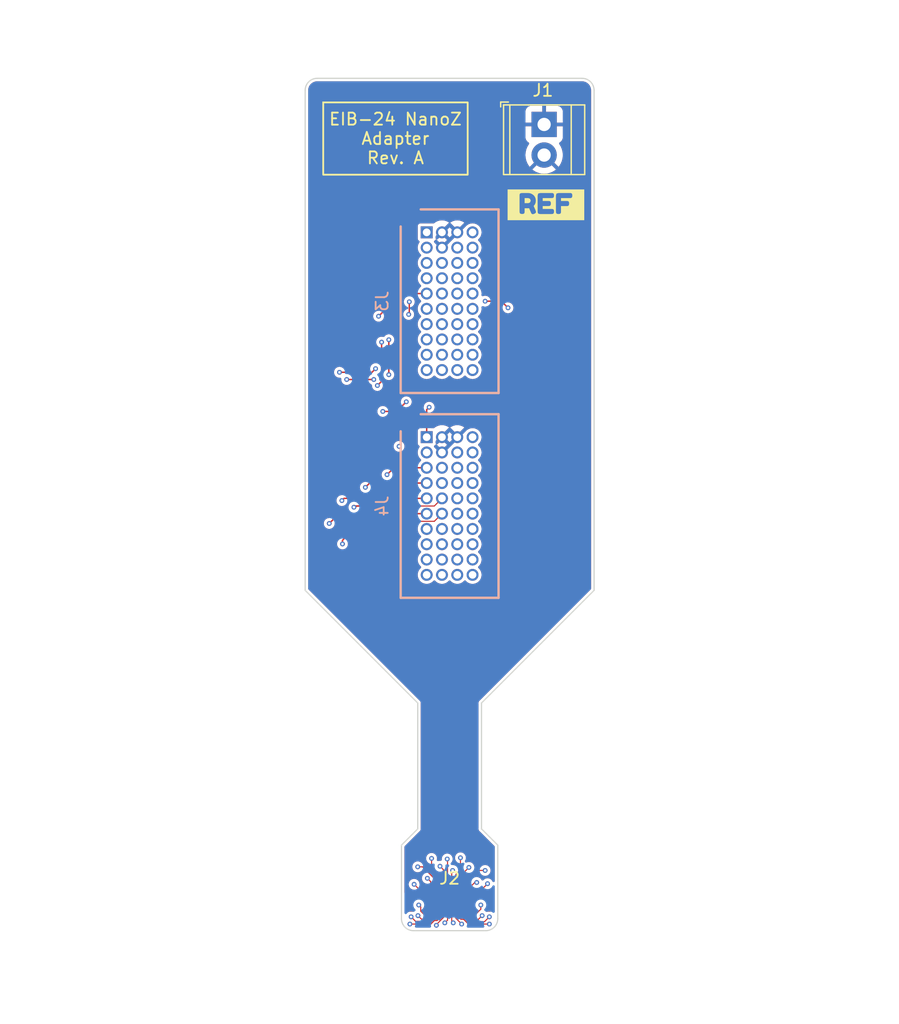
<source format=kicad_pcb>
(kicad_pcb (version 20211014) (generator pcbnew)
  (title_block (title "EIB-24 NanoZ Adapter") (rev "A") (company "Open Ephys, Inc") (comment 1 "Jonathan P. Newman"))
  (layers (0 "F.Cu" signal) (1 "In1.Cu" signal) (2 "In2.Cu" signal) (31 "B.Cu" signal) (34 "B.Paste" user) (35 "F.Paste" user) (36 "B.SilkS" user "B.Silkscreen") (37 "F.SilkS" user "F.Silkscreen") (38 "B.Mask" user) (39 "F.Mask" user) (44 "Edge.Cuts" user))
  (net 0 "")
  (net 1 "/REF")
  (net 2 "/E12")
  (net 3 "/E11")
  (net 4 "/E23")
  (net 5 "/E10")
  (net 6 "/E22")
  (net 7 "/E9")
  (net 8 "/E21")
  (net 9 "/E8")
  (net 10 "/E20")
  (net 11 "/E7")
  (net 12 "/E19")
  (net 13 "/E6")
  (net 14 "/E18")
  (net 15 "/E5")
  (net 16 "/E17")
  (net 17 "/E4")
  (net 18 "/E16")
  (net 19 "/E3")
  (net 20 "/E15")
  (net 21 "/E2")
  (net 22 "/E14")
  (net 23 "/E1")
  (net 24 "/E13")
  (net 29 "/E0")
  (footprint "LOGO" (layer "F.Cu") (at 132.08 101.6)
    (fp_text reference "G***")
    (fp_text value "LOGO" hide)
  )
  (footprint "TerminalBlock_TE-Connectivity:TerminalBlock_TE_282834-2_1x02_P2.54mm_Horizontal" (layer "F.Cu") (at 147.85 95.33 -90)
    (fp_text reference "J1" (at -2.83 0.1 180) (layer "F.SilkS"))
    (fp_text value "Screw_Terminal_01x02")
    (fp_line (start -1.62 -3.37) (end 4.16 -3.37) (layer "F.SilkS") (width 0.12))
    (fp_line (start -1.62 -2.25) (end 4.16 -2.25) (layer "F.SilkS") (width 0.12))
    (fp_line (start -1.86 2.97) (end -1.86 3.61) (layer "F.SilkS") (width 0.12))
    (fp_line (start -1.86 3.61) (end -1.46 3.61) (layer "F.SilkS") (width 0.12))
    (fp_line (start 4.16 -3.37) (end 4.16 3.37) (layer "F.SilkS") (width 0.12))
    (fp_line (start -1.62 3.37) (end 4.16 3.37) (layer "F.SilkS") (width 0.12))
    (fp_line (start -1.62 -3.37) (end -1.62 3.37) (layer "F.SilkS") (width 0.12))
    (fp_line (start -1.62 2.85) (end 4.16 2.85) (layer "F.SilkS") (width 0.12))
    (pad "1" thru_hole rect locked (at 0 0 270) (size 2.1 2.1) (drill 1.1) (layers *.Cu *.Mask) (net 1 "/REF"))
    (pad "2" thru_hole circle locked (at 2.54 0 270) (size 2.1 2.1) (drill 1.1) (layers *.Cu *.Mask) (net 1 "/REF"))
  )
  (footprint "kibuzzard-62F6D4CD" (layer "F.Cu") (at 148 102)
    (fp_text reference "kibuzzard-62F6D4CD" hide)
    (fp_text value "G***" hide)
    (fp_poly (pts (xy -1.770459 -0.136128) (xy -1.465659 -0.136128) (xy -1.327547 -0.188516) (xy -1.258491 -0.345678) (xy -1.327547 -0.504031) (xy -1.470422 -0.557609) (xy -1.770459 -0.557609) (xy -1.770459 -0.136128)) (layer "F.SilkS") (width 0) (fill solid))
    (fp_poly (pts (xy -2.191941 -1.276747) (xy -1.980009 -0.979091) (xy -1.465659 -0.979091) (xy -1.327282 -0.962157) (xy -1.191551 -0.911357) (xy -1.058466 -0.826691) (xy -0.97155 -0.739775) (xy -0.901303 -0.626666) (xy -0.854869 -0.493316) (xy -0.839391 -0.345678) (xy -0.859234 -0.176874) (xy -0.918766 -0.029236) (xy -1.017984 0.097234) (xy -0.976709 0.194866) (xy -0.922734 0.319484) (xy -0.689372 0.554434) (xy -0.689372 -0.769541) (xy -0.644128 -0.935038) (xy -0.472678 -0.979091) (xy 0.465534 -0.979091) (xy 0.547688 -0.975519) (xy 0.610791 -0.952897) (xy 0.659011 -0.889794) (xy 0.675084 -0.767159) (xy 0.653058 -0.635) (xy 0.586978 -0.571897) (xy 0.463153 -0.557609) (xy -0.267891 -0.557609) (xy -0.267891 -0.317103) (xy 0.203597 -0.317103) (xy 0.28575 -0.313531) (xy 0.348853 -0.290909) (xy 0.397073 -0.227806) (xy 0.413147 -0.105172) (xy 0.390525 0.026988) (xy 0.322659 0.090091) (xy 0.198834 0.104378) (xy -0.267891 0.104378) (xy -0.267891 0.344884) (xy 0.465534 0.344884) (xy 0.547688 0.348456) (xy 0.610791 0.371078) (xy 0.659011 0.434181) (xy 0.675084 0.556816) (xy 0.653058 0.688975) (xy 0.586978 0.752078) (xy 0.463153 0.766366) (xy -0.479822 0.766366) (xy -0.611981 0.743744) (xy -0.675084 0.675878) (xy -0.689372 0.554434) (xy -0.922734 0.319484) (xy -0.856059 0.471091) (xy -0.820341 0.594916) (xy -0.85725 0.678259) (xy -0.967978 0.747316) (xy -1.090613 0.780653) (xy -1.166813 0.758031) (xy -1.210866 0.711597) (xy -1.242086 0.643599) (xy -1.303999 0.49993) (xy -1.396603 0.280591) (xy -1.470422 0.285353) (xy -1.770459 0.285353) (xy -1.770459 0.554434) (xy -1.774031 0.636588) (xy -1.796653 0.699691) (xy -1.859756 0.747911) (xy -1.982391 0.763984) (xy -2.11455 0.741958) (xy -2.177653 0.675878) (xy -2.191941 0.552053) (xy -2.191941 -0.769541) (xy -2.188369 -0.851694) (xy -2.165747 -0.914797) (xy -2.102644 -0.963017) (xy -1.980009 -0.979091) (xy -2.191941 -1.276747) (xy -3.184128 -1.276747) (xy -3.184128 1.276747) (xy -2.191941 1.276747) (xy 2.191941 1.276747) (xy 2.064544 -0.561181) (xy 1.980009 -0.557609) (xy 1.251347 -0.557609) (xy 1.251347 -0.317103) (xy 1.720453 -0.317103) (xy 1.804988 -0.313531) (xy 1.868091 -0.290909) (xy 1.914525 -0.22602) (xy 1.930003 -0.102791) (xy 1.907381 0.029964) (xy 1.839516 0.094853) (xy 1.718072 0.106759) (xy 1.251347 0.106759) (xy 1.251347 0.556816) (xy 1.247775 0.640159) (xy 1.225153 0.702072) (xy 1.16205 0.750292) (xy 1.039416 0.766366) (xy 0.907256 0.743744) (xy 0.844153 0.675878) (xy 0.829866 0.554434) (xy 0.829866 -0.769541) (xy 0.875109 -0.935038) (xy 1.046559 -0.979091) (xy 1.984772 -0.979091) (xy 2.066925 -0.975519) (xy 2.128838 -0.952897) (xy 2.177653 -0.888603) (xy 2.191941 -0.767159) (xy 2.177653 -0.645716) (xy 2.127647 -0.582613) (xy 2.064544 -0.561181) (xy 2.191941 1.276747) (xy 3.184128 1.276747) (xy 3.184128 -1.276747) (xy 2.191941 -1.276747) (xy -2.191941 -1.276747)) (layer "F.SilkS") (width 0) (fill solid))
  )
  (footprint "jonnew:MOLEX_5050662422-5052702412" (layer "F.Cu") (at 140 160)
    (fp_text reference "J2" (at 0 -2.1 unlocked) (layer "F.SilkS"))
    (fp_text value "Conn_02x12_Odd_Even_4Mech")
    (pad "1" smd rect (at -1.925 0.95) (size 0.18 0.4) (layers "F.Cu" "F.Paste") (net 3 "/E11"))
    (pad "2" smd rect (at -1.925 -0.95) (size 0.18 0.4) (layers "F.Cu" "F.Paste") (net 4 "/E23"))
    (pad "3" smd rect (at -1.575 0.95) (size 0.18 0.4) (layers "F.Cu" "F.Paste") (net 5 "/E10"))
    (pad "4" smd rect (at -1.575 -0.95) (size 0.18 0.4) (layers "F.Cu" "F.Paste") (net 6 "/E22"))
    (pad "5" smd rect (at -1.225 0.95) (size 0.18 0.4) (layers "F.Cu" "F.Paste") (net 7 "/E9"))
    (pad "6" smd rect (at -1.225 -0.95) (size 0.18 0.4) (layers "F.Cu" "F.Paste") (net 8 "/E21"))
    (pad "7" smd rect (at -0.875 0.95) (size 0.18 0.4) (layers "F.Cu" "F.Paste") (net 9 "/E8"))
    (pad "8" smd rect (at -0.875 -0.95) (size 0.18 0.4) (layers "F.Cu" "F.Paste") (net 10 "/E20"))
    (pad "9" smd rect (at -0.525 0.95) (size 0.18 0.4) (layers "F.Cu" "F.Paste") (net 11 "/E7"))
    (pad "10" smd rect (at -0.525 -0.95) (size 0.18 0.4) (layers "F.Cu" "F.Paste") (net 12 "/E19"))
    (pad "11" smd rect (at -0.175 0.95) (size 0.18 0.4) (layers "F.Cu" "F.Paste") (net 13 "/E6"))
    (pad "12" smd rect (at -0.175 -0.95) (size 0.18 0.4) (layers "F.Cu" "F.Paste") (net 14 "/E18"))
    (pad "13" smd rect (at 0.175 0.95) (size 0.18 0.4) (layers "F.Cu" "F.Paste") (net 15 "/E5"))
    (pad "14" smd rect (at 0.175 -0.95) (size 0.18 0.4) (layers "F.Cu" "F.Paste") (net 16 "/E17"))
    (pad "15" smd rect (at 0.525 0.95) (size 0.18 0.4) (layers "F.Cu" "F.Paste") (net 17 "/E4"))
    (pad "16" smd rect (at 0.525 -0.95) (size 0.18 0.4) (layers "F.Cu" "F.Paste") (net 18 "/E16"))
    (pad "17" smd rect (at 0.875 0.95) (size 0.18 0.4) (layers "F.Cu" "F.Paste") (net 19 "/E3"))
    (pad "18" smd rect (at 0.875 -0.95) (size 0.18 0.4) (layers "F.Cu" "F.Paste") (net 20 "/E15"))
    (pad "19" smd rect (at 1.225 0.95) (size 0.18 0.4) (layers "F.Cu" "F.Paste") (net 21 "/E2"))
    (pad "20" smd rect (at 1.225 -0.95) (size 0.18 0.4) (layers "F.Cu" "F.Paste") (net 22 "/E14"))
    (pad "21" smd rect (at 1.575 0.95) (size 0.18 0.4) (layers "F.Cu" "F.Paste") (net 23 "/E1"))
    (pad "22" smd rect (at 1.575 -0.95) (size 0.18 0.4) (layers "F.Cu" "F.Paste") (net 24 "/E13"))
    (pad "23" smd rect (at 1.925 0.95) (size 0.18 0.4) (layers "F.Cu" "F.Paste") (net 29 "/E0"))
    (pad "24" smd rect (at 1.925 -0.95) (size 0.18 0.4) (layers "F.Cu" "F.Paste") (net 2 "/E12"))
    (pad "MP1" smd rect (at -3.205 0.4825) (size 0.4 0.385) (layers "F.Cu" "F.Paste"))
    (pad "MP2" smd rect (at -3.205 -0.4825) (size 0.4 0.385) (layers "F.Cu" "F.Paste"))
    (pad "MP3" smd rect (at 3.205 0.4825) (size 0.4 0.385) (layers "F.Cu" "F.Paste"))
    (pad "MP4" smd rect (at 3.205 -0.4825) (size 0.4 0.385) (layers "F.Cu" "F.Paste"))
  )
  (footprint "jonnew:SAMTEC_MOLC-110-01-S-Q" (layer "B.Cu") (at 140 110 -90)
    (fp_text reference "J3" (at 0 5.6 90) (layer "B.SilkS") (effects (justify mirror)))
    (fp_text value "MOLC-110-01-S-Q")
    (fp_line (start -7.62 -4.065) (end 7.62 -4.065) (layer "B.SilkS") (width 0.2))
    (fp_line (start -7.62 -4.065) (end -7.62 2.4) (layer "B.SilkS") (width 0.2))
    (fp_line (start -6.2 4.065) (end 7.62 4.065) (layer "B.SilkS") (width 0.2))
    (fp_line (start 7.62 -4.065) (end 7.62 4.065) (layer "B.SilkS") (width 0.2))
    (pad "A1" thru_hole rect (at -5.715 1.905 270) (size 0.99 0.99) (drill 0.64) (layers *.Cu *.Mask) (net 29 "/E0"))
    (pad "A2" thru_hole circle (at -4.445 1.905 270) (size 0.99 0.99) (drill 0.64) (layers *.Cu *.Mask) (net 21 "/E2"))
    (pad "A3" thru_hole circle (at -3.175 1.905 270) (size 0.99 0.99) (drill 0.64) (layers *.Cu *.Mask) (net 17 "/E4"))
    (pad "A4" thru_hole circle (at -1.905 1.905 270) (size 0.99 0.99) (drill 0.64) (layers *.Cu *.Mask) (net 13 "/E6"))
    (pad "A5" thru_hole circle (at -0.635 1.905 270) (size 0.99 0.99) (drill 0.64) (layers *.Cu *.Mask) (net 9 "/E8"))
    (pad "A6" thru_hole circle (at 0.635 1.905 270) (size 0.99 0.99) (drill 0.64) (layers *.Cu *.Mask) (net 5 "/E10"))
    (pad "A7" thru_hole circle (at 1.905 1.905 270) (size 0.99 0.99) (drill 0.64) (layers *.Cu *.Mask) (net 2 "/E12"))
    (pad "A8" thru_hole circle (at 3.175 1.905 270) (size 0.99 0.99) (drill 0.64) (layers *.Cu *.Mask) (net 22 "/E14"))
    (pad "A9" thru_hole circle (at 4.445 1.905 270) (size 0.99 0.99) (drill 0.64) (layers *.Cu *.Mask) (net 18 "/E16"))
    (pad "A10" thru_hole circle (at 5.715 1.905 270) (size 0.99 0.99) (drill 0.64) (layers *.Cu *.Mask) (net 14 "/E18"))
    (pad "B1" thru_hole circle (at -5.715 0.635 270) (size 0.99 0.99) (drill 0.64) (layers *.Cu *.Mask) (net 1 "/REF"))
    (pad "B2" thru_hole circle (at -4.445 0.635 270) (size 0.99 0.99) (drill 0.64) (layers *.Cu *.Mask) (net 1 "/REF"))
    (pad "B3" thru_hole circle (at -3.175 0.635 270) (size 0.99 0.99) (drill 0.64) (layers *.Cu *.Mask))
    (pad "B4" thru_hole circle (at -1.905 0.635 270) (size 0.99 0.99) (drill 0.64) (layers *.Cu *.Mask))
    (pad "B5" thru_hole circle (at -0.635 0.635 270) (size 0.99 0.99) (drill 0.64) (layers *.Cu *.Mask) (net 23 "/E1"))
    (pad "B6" thru_hole circle (at 0.635 0.635 270) (size 0.99 0.99) (drill 0.64) (layers *.Cu *.Mask) (net 19 "/E3"))
    (pad "B7" thru_hole circle (at 1.905 0.635 270) (size 0.99 0.99) (drill 0.64) (layers *.Cu *.Mask) (net 15 "/E5"))
    (pad "B8" thru_hole circle (at 3.175 0.635 270) (size 0.99 0.99) (drill 0.64) (layers *.Cu *.Mask) (net 11 "/E7"))
    (pad "B9" thru_hole circle (at 4.445 0.635 270) (size 0.99 0.99) (drill 0.64) (layers *.Cu *.Mask) (net 7 "/E9"))
    (pad "B10" thru_hole circle (at 5.715 0.635 270) (size 0.99 0.99) (drill 0.64) (layers *.Cu *.Mask) (net 3 "/E11"))
    (pad "C1" thru_hole circle (at -5.715 -0.635 270) (size 0.99 0.99) (drill 0.64) (layers *.Cu *.Mask) (net 1 "/REF"))
    (pad "C2" thru_hole circle (at -4.445 -0.635 270) (size 0.99 0.99) (drill 0.64) (layers *.Cu *.Mask))
    (pad "C3" thru_hole circle (at -3.175 -0.635 270) (size 0.99 0.99) (drill 0.64) (layers *.Cu *.Mask))
    (pad "C4" thru_hole circle (at -1.905 -0.635 270) (size 0.99 0.99) (drill 0.64) (layers *.Cu *.Mask))
    (pad "C5" thru_hole circle (at -0.635 -0.635 270) (size 0.99 0.99) (drill 0.64) (layers *.Cu *.Mask))
    (pad "C6" thru_hole circle (at 0.635 -0.635 270) (size 0.99 0.99) (drill 0.64) (layers *.Cu *.Mask))
    (pad "C7" thru_hole circle (at 1.905 -0.635 270) (size 0.99 0.99) (drill 0.64) (layers *.Cu *.Mask))
    (pad "C8" thru_hole circle (at 3.175 -0.635 270) (size 0.99 0.99) (drill 0.64) (layers *.Cu *.Mask))
    (pad "C9" thru_hole circle (at 4.445 -0.635 270) (size 0.99 0.99) (drill 0.64) (layers *.Cu *.Mask))
    (pad "C10" thru_hole circle (at 5.715 -0.635 270) (size 0.99 0.99) (drill 0.64) (layers *.Cu *.Mask))
    (pad "D1" thru_hole circle (at -5.715 -1.905 270) (size 0.99 0.99) (drill 0.64) (layers *.Cu *.Mask))
    (pad "D2" thru_hole circle (at -4.445 -1.905 270) (size 0.99 0.99) (drill 0.64) (layers *.Cu *.Mask))
    (pad "D3" thru_hole circle (at -3.175 -1.905 270) (size 0.99 0.99) (drill 0.64) (layers *.Cu *.Mask))
    (pad "D4" thru_hole circle (at -1.905 -1.905 270) (size 0.99 0.99) (drill 0.64) (layers *.Cu *.Mask))
    (pad "D5" thru_hole circle (at -0.635 -1.905 270) (size 0.99 0.99) (drill 0.64) (layers *.Cu *.Mask))
    (pad "D6" thru_hole circle (at 0.635 -1.905 270) (size 0.99 0.99) (drill 0.64) (layers *.Cu *.Mask))
    (pad "D7" thru_hole circle (at 1.905 -1.905 270) (size 0.99 0.99) (drill 0.64) (layers *.Cu *.Mask))
    (pad "D8" thru_hole circle (at 3.175 -1.905 270) (size 0.99 0.99) (drill 0.64) (layers *.Cu *.Mask))
    (pad "D9" thru_hole circle (at 4.445 -1.905 270) (size 0.99 0.99) (drill 0.64) (layers *.Cu *.Mask))
    (pad "D10" thru_hole circle (at 5.715 -1.905 270) (size 0.99 0.99) (drill 0.64) (layers *.Cu *.Mask))
  )
  (footprint "jonnew:SAMTEC_MOLC-110-01-S-Q" (layer "B.Cu") (at 140 127 -90)
    (fp_text reference "J4" (at 0 5.6 90) (layer "B.SilkS") (effects (justify mirror)))
    (fp_text value "MOLC-110-01-S-Q")
    (fp_line (start -6.2 4.065) (end 7.62 4.065) (layer "B.SilkS") (width 0.2))
    (fp_line (start -7.62 -4.065) (end -7.62 2.4) (layer "B.SilkS") (width 0.2))
    (fp_line (start -7.62 -4.065) (end 7.62 -4.065) (layer "B.SilkS") (width 0.2))
    (fp_line (start 7.62 -4.065) (end 7.62 4.065) (layer "B.SilkS") (width 0.2))
    (pad "A1" thru_hole rect (at -5.715 1.905 270) (size 0.99 0.99) (drill 0.64) (layers *.Cu *.Mask) (net 24 "/E13"))
    (pad "A2" thru_hole circle (at -4.445 1.905 270) (size 0.99 0.99) (drill 0.64) (layers *.Cu *.Mask) (net 20 "/E15"))
    (pad "A3" thru_hole circle (at -3.175 1.905 270) (size 0.99 0.99) (drill 0.64) (layers *.Cu *.Mask) (net 16 "/E17"))
    (pad "A4" thru_hole circle (at -1.905 1.905 270) (size 0.99 0.99) (drill 0.64) (layers *.Cu *.Mask) (net 12 "/E19"))
    (pad "A5" thru_hole circle (at -0.635 1.905 270) (size 0.99 0.99) (drill 0.64) (layers *.Cu *.Mask) (net 8 "/E21"))
    (pad "A6" thru_hole circle (at 0.635 1.905 270) (size 0.99 0.99) (drill 0.64) (layers *.Cu *.Mask) (net 4 "/E23"))
    (pad "A7" thru_hole circle (at 1.905 1.905 270) (size 0.99 0.99) (drill 0.64) (layers *.Cu *.Mask))
    (pad "A8" thru_hole circle (at 3.175 1.905 270) (size 0.99 0.99) (drill 0.64) (layers *.Cu *.Mask))
    (pad "A9" thru_hole circle (at 4.445 1.905 270) (size 0.99 0.99) (drill 0.64) (layers *.Cu *.Mask))
    (pad "A10" thru_hole circle (at 5.715 1.905 270) (size 0.99 0.99) (drill 0.64) (layers *.Cu *.Mask))
    (pad "B1" thru_hole circle (at -5.715 0.635 270) (size 0.99 0.99) (drill 0.64) (layers *.Cu *.Mask) (net 1 "/REF"))
    (pad "B2" thru_hole circle (at -4.445 0.635 270) (size 0.99 0.99) (drill 0.64) (layers *.Cu *.Mask) (net 1 "/REF"))
    (pad "B3" thru_hole circle (at -3.175 0.635 270) (size 0.99 0.99) (drill 0.64) (layers *.Cu *.Mask))
    (pad "B4" thru_hole circle (at -1.905 0.635 270) (size 0.99 0.99) (drill 0.64) (layers *.Cu *.Mask))
    (pad "B5" thru_hole circle (at -0.635 0.635 270) (size 0.99 0.99) (drill 0.64) (layers *.Cu *.Mask) (net 10 "/E20"))
    (pad "B6" thru_hole circle (at 0.635 0.635 270) (size 0.99 0.99) (drill 0.64) (layers *.Cu *.Mask) (net 6 "/E22"))
    (pad "B7" thru_hole circle (at 1.905 0.635 270) (size 0.99 0.99) (drill 0.64) (layers *.Cu *.Mask))
    (pad "B8" thru_hole circle (at 3.175 0.635 270) (size 0.99 0.99) (drill 0.64) (layers *.Cu *.Mask))
    (pad "B9" thru_hole circle (at 4.445 0.635 270) (size 0.99 0.99) (drill 0.64) (layers *.Cu *.Mask))
    (pad "B10" thru_hole circle (at 5.715 0.635 270) (size 0.99 0.99) (drill 0.64) (layers *.Cu *.Mask))
    (pad "C1" thru_hole circle (at -5.715 -0.635 270) (size 0.99 0.99) (drill 0.64) (layers *.Cu *.Mask) (net 1 "/REF"))
    (pad "C2" thru_hole circle (at -4.445 -0.635 270) (size 0.99 0.99) (drill 0.64) (layers *.Cu *.Mask))
    (pad "C3" thru_hole circle (at -3.175 -0.635 270) (size 0.99 0.99) (drill 0.64) (layers *.Cu *.Mask))
    (pad "C4" thru_hole circle (at -1.905 -0.635 270) (size 0.99 0.99) (drill 0.64) (layers *.Cu *.Mask))
    (pad "C5" thru_hole circle (at -0.635 -0.635 270) (size 0.99 0.99) (drill 0.64) (layers *.Cu *.Mask))
    (pad "C6" thru_hole circle (at 0.635 -0.635 270) (size 0.99 0.99) (drill 0.64) (layers *.Cu *.Mask))
    (pad "C7" thru_hole circle (at 1.905 -0.635 270) (size 0.99 0.99) (drill 0.64) (layers *.Cu *.Mask))
    (pad "C8" thru_hole circle (at 3.175 -0.635 270) (size 0.99 0.99) (drill 0.64) (layers *.Cu *.Mask))
    (pad "C9" thru_hole circle (at 4.445 -0.635 270) (size 0.99 0.99) (drill 0.64) (layers *.Cu *.Mask))
    (pad "C10" thru_hole circle (at 5.715 -0.635 270) (size 0.99 0.99) (drill 0.64) (layers *.Cu *.Mask))
    (pad "D1" thru_hole circle (at -5.715 -1.905 270) (size 0.99 0.99) (drill 0.64) (layers *.Cu *.Mask))
    (pad "D2" thru_hole circle (at -4.445 -1.905 270) (size 0.99 0.99) (drill 0.64) (layers *.Cu *.Mask))
    (pad "D3" thru_hole circle (at -3.175 -1.905 270) (size 0.99 0.99) (drill 0.64) (layers *.Cu *.Mask))
    (pad "D4" thru_hole circle (at -1.905 -1.905 270) (size 0.99 0.99) (drill 0.64) (layers *.Cu *.Mask))
    (pad "D5" thru_hole circle (at -0.635 -1.905 270) (size 0.99 0.99) (drill 0.64) (layers *.Cu *.Mask))
    (pad "D6" thru_hole circle (at 0.635 -1.905 270) (size 0.99 0.99) (drill 0.64) (layers *.Cu *.Mask))
    (pad "D7" thru_hole circle (at 1.905 -1.905 270) (size 0.99 0.99) (drill 0.64) (layers *.Cu *.Mask))
    (pad "D8" thru_hole circle (at 3.175 -1.905 270) (size 0.99 0.99) (drill 0.64) (layers *.Cu *.Mask))
    (pad "D9" thru_hole circle (at 4.445 -1.905 270) (size 0.99 0.99) (drill 0.64) (layers *.Cu *.Mask))
    (pad "D10" thru_hole circle (at 5.715 -1.905 270) (size 0.99 0.99) (drill 0.64) (layers *.Cu *.Mask))
  )
  (gr_rect (start 129.5 93.5) (end 141.5 99.5) (layer "F.SilkS") (width 0.15) (fill none))
  (gr_line (start 128 92.5) (end 128 134) (layer "Edge.Cuts") (width 0.1))
  (gr_line (start 142.65 143.35) (end 142.65 153.8) (layer "Edge.Cuts") (width 0.1))
  (gr_arc (start 137 162.25) (mid 136.292893 161.957107) (end 136 161.25) (layer "Edge.Cuts") (width 0.1))
  (gr_arc (start 128 92.5) (mid 128.292893 91.792893) (end 129 91.5) (layer "Edge.Cuts") (width 0.1))
  (gr_line (start 128 134) (end 136 142) (layer "Edge.Cuts") (width 0.1))
  (gr_line (start 136 142) (end 137.35 143.35) (layer "Edge.Cuts") (width 0.1))
  (gr_line (start 151 91.5) (end 129 91.5) (layer "Edge.Cuts") (width 0.1))
  (gr_line (start 136 155.15) (end 136 161.25) (layer "Edge.Cuts") (width 0.1))
  (gr_line (start 137.35 153.8) (end 137.35 143.35) (layer "Edge.Cuts") (width 0.1))
  (gr_line (start 142.65 153.8) (end 144 155.15) (layer "Edge.Cuts") (width 0.1))
  (gr_line (start 152 134) (end 152 92.5) (layer "Edge.Cuts") (width 0.1))
  (gr_line (start 136 155.15) (end 137.35 153.8) (layer "Edge.Cuts") (width 0.1))
  (gr_arc (start 144 161.25) (mid 143.707107 161.957107) (end 143 162.25) (layer "Edge.Cuts") (width 0.1))
  (gr_line (start 142.65 143.35) (end 152 134) (layer "Edge.Cuts") (width 0.1))
  (gr_line (start 137 162.25) (end 143 162.25) (layer "Edge.Cuts") (width 0.1))
  (gr_arc (start 151 91.5) (mid 151.707107 91.792893) (end 152 92.5) (layer "Edge.Cuts") (width 0.1))
  (gr_line (start 144 161.25) (end 144 155.15) (layer "Edge.Cuts") (width 0.1))
  (gr_text "EIB-24 NanoZ\nAdapter\nRev. A" (at 135.5 96.5) (layer "F.SilkS") (effects (font (size 1 1))))
  (segment (start 141.925 159.05) (end 142.45 159.05) (width 0.09) (layer "F.Cu") (net 2))
  (segment (start 142.45 159.05) (end 143.15 158.35) (width 0.09) (layer "F.Cu") (net 2))
  (via (at 143.15 158.35) (size 0.4) (drill 0.2) (layers "F.Cu" "B.Cu") (net 2))
  (segment (start 133.7 116.5) (end 131.45 116.5) (width 0.12) (layer "F.Cu") (net 3))
  (segment (start 137.921332 160.95) (end 137.6 160.628668) (width 0.09) (layer "F.Cu") (net 3))
  (segment (start 138.075 160.95) (end 137.921332 160.95) (width 0.09) (layer "F.Cu") (net 3))
  (segment (start 137.6 160.28314) (end 137.435748 160.118888) (width 0.09) (layer "F.Cu") (net 3))
  (segment (start 137.6 160.628668) (end 137.6 160.28314) (width 0.09) (layer "F.Cu") (net 3))
  (via (at 131.45 116.5) (size 0.4) (drill 0.2) (layers "F.Cu" "B.Cu") (net 3))
  (via (at 137.435748 160.118888) (size 0.4) (drill 0.2) (layers "F.Cu" "B.Cu") (net 3))
  (via (at 133.7 116.5) (size 0.4) (drill 0.2) (layers "F.Cu" "B.Cu") (net 3))
  (segment (start 138.095 127.635) (end 130.815 127.635) (width 0.12) (layer "F.Cu") (net 4))
  (segment (start 138.075 159.05) (end 137.7 159.05) (width 0.09) (layer "F.Cu") (net 4))
  (segment (start 130.815 127.635) (end 130 128.45) (width 0.12) (layer "F.Cu") (net 4))
  (segment (start 137.7 159.05) (end 137.05 158.4) (width 0.09) (layer "F.Cu") (net 4))
  (via (at 130 128.45) (size 0.4) (drill 0.2) (layers "F.Cu" "B.Cu") (net 4))
  (via (at 137.05 158.4) (size 0.4) (drill 0.2) (layers "F.Cu" "B.Cu") (net 4))
  (segment (start 138.425 161.16483) (end 138.305319 161.284511) (width 0.09) (layer "F.Cu") (net 5))
  (segment (start 138.305319 161.284511) (end 137.654511 161.284511) (width 0.09) (layer "F.Cu") (net 5))
  (segment (start 138.425 160.95) (end 138.425 161.16483) (width 0.09) (layer "F.Cu") (net 5))
  (segment (start 137.654511 161.284511) (end 137.37 161) (width 0.09) (layer "F.Cu") (net 5))
  (via (at 137.37 161) (size 0.4) (drill 0.2) (layers "F.Cu" "B.Cu") (net 5))
  (segment (start 138.730479 128.269521) (end 137.419521 128.269521) (width 0.09) (layer "F.Cu") (net 6))
  (segment (start 132.680479 128.269521) (end 131.1 129.85) (width 0.12) (layer "F.Cu") (net 6))
  (segment (start 137.419521 128.269521) (end 132.680479 128.269521) (width 0.12) (layer "F.Cu") (net 6))
  (segment (start 138.425 158.175) (end 138.15 157.9) (width 0.09) (layer "F.Cu") (net 6))
  (segment (start 131.1 129.85) (end 131.1 130.15) (width 0.12) (layer "F.Cu") (net 6))
  (segment (start 139.365 127.635) (end 138.730479 128.269521) (width 0.09) (layer "F.Cu") (net 6))
  (segment (start 138.425 159.05) (end 138.425 158.175) (width 0.09) (layer "F.Cu") (net 6))
  (via (at 138.15 157.9) (size 0.4) (drill 0.2) (layers "F.Cu" "B.Cu") (net 6))
  (via (at 131.1 130.15) (size 0.4) (drill 0.2) (layers "F.Cu" "B.Cu") (net 6))
  (segment (start 138.418224 161.47) (end 137.17 161.47) (width 0.09) (layer "F.Cu") (net 7))
  (segment (start 130.85 115.9) (end 133.55 115.9) (width 0.12) (layer "F.Cu") (net 7))
  (segment (start 138.775 160.95) (end 138.775 161.113224) (width 0.09) (layer "F.Cu") (net 7))
  (segment (start 138.775 161.113224) (end 138.418224 161.47) (width 0.09) (layer "F.Cu") (net 7))
  (segment (start 137.17 161.47) (end 136.8 161.1) (width 0.09) (layer "F.Cu") (net 7))
  (segment (start 133.55 115.9) (end 133.85 115.6) (width 0.12) (layer "F.Cu") (net 7))
  (via (at 136.8 161.1) (size 0.4) (drill 0.2) (layers "F.Cu" "B.Cu") (net 7))
  (via (at 133.85 115.6) (size 0.4) (drill 0.2) (layers "F.Cu" "B.Cu") (net 7))
  (via (at 130.85 115.9) (size 0.4) (drill 0.2) (layers "F.Cu" "B.Cu") (net 7))
  (segment (start 137.75791 156.95) (end 137.35 156.95) (width 0.09) (layer "F.Cu") (net 8))
  (segment (start 138.775 159.05) (end 138.775 157.96709) (width 0.09) (layer "F.Cu") (net 8))
  (segment (start 131.235 126.365) (end 131.05 126.55) (width 0.12) (layer "F.Cu") (net 8))
  (segment (start 138.095 126.365) (end 131.235 126.365) (width 0.12) (layer "F.Cu") (net 8))
  (segment (start 138.775 157.96709) (end 137.75791 156.95) (width 0.09) (layer "F.Cu") (net 8))
  (via (at 131.05 126.55) (size 0.4) (drill 0.2) (layers "F.Cu" "B.Cu") (net 8))
  (via (at 137.35 156.95) (size 0.4) (drill 0.2) (layers "F.Cu" "B.Cu") (net 8))
  (segment (start 138.44209 161.7) (end 136.7 161.7) (width 0.09) (layer "F.Cu") (net 9))
  (segment (start 138.095 109.365) (end 135.985 109.365) (width 0.12) (layer "F.Cu") (net 9))
  (segment (start 139.125 160.95) (end 139.125 161.24) (width 0.09) (layer "F.Cu") (net 9))
  (segment (start 138.736591 161.405499) (end 138.44209 161.7) (width 0.09) (layer "F.Cu") (net 9))
  (segment (start 138.959501 161.405499) (end 138.736591 161.405499) (width 0.09) (layer "F.Cu") (net 9))
  (segment (start 139.125 161.24) (end 138.959501 161.405499) (width 0.09) (layer "F.Cu") (net 9))
  (segment (start 135.985 109.365) (end 134.1 111.25) (width 0.12) (layer "F.Cu") (net 9))
  (via (at 136.7 161.7) (size 0.4) (drill 0.2) (layers "F.Cu" "B.Cu") (net 9))
  (via (at 134.1 111.25) (size 0.4) (drill 0.2) (layers "F.Cu" "B.Cu") (net 9))
  (segment (start 132.299521 127.000479) (end 132.25 127.05) (width 0.09) (layer "F.Cu") (net 10))
  (segment (start 132.149521 127.000479) (end 137.350479 127.000479) (width 0.12) (layer "F.Cu") (net 10))
  (segment (start 138.729521 127.000479) (end 137.350479 127.000479) (width 0.09) (layer "F.Cu") (net 10))
  (segment (start 132.05 127.1) (end 132.149521 127.000479) (width 0.12) (layer "F.Cu") (net 10))
  (segment (start 137.350479 127.000479) (end 132.299521 127.000479) (width 0.09) (layer "F.Cu") (net 10))
  (segment (start 138.5 157) (end 138.5 156.25) (width 0.09) (layer "F.Cu") (net 10))
  (segment (start 139.125 159.05) (end 139.125 157.625) (width 0.09) (layer "F.Cu") (net 10))
  (segment (start 139.125 157.625) (end 138.5 157) (width 0.09) (layer "F.Cu") (net 10))
  (segment (start 139.365 126.365) (end 138.729521 127.000479) (width 0.09) (layer "F.Cu") (net 10))
  (via (at 132.05 127.1) (size 0.4) (drill 0.2) (layers "F.Cu" "B.Cu") (net 10))
  (via (at 138.5 156.25) (size 0.4) (drill 0.2) (layers "F.Cu" "B.Cu") (net 10))
  (segment (start 139.475 160.95) (end 139.475 161.16709) (width 0.09) (layer "F.Cu") (net 11))
  (segment (start 139.475 161.16709) (end 138.9 161.74209) (width 0.09) (layer "F.Cu") (net 11))
  (segment (start 138.9 161.74209) (end 138.9 161.8) (width 0.09) (layer "F.Cu") (net 11))
  (via (at 138.9 161.8) (size 0.4) (drill 0.2) (layers "F.Cu" "B.Cu") (net 11))
  (segment (start 139.475 159.05) (end 139.475 157.175) (width 0.09) (layer "F.Cu") (net 12))
  (segment (start 138.095 125.095) (end 133.355 125.095) (width 0.12) (layer "F.Cu") (net 12))
  (segment (start 133.355 125.095) (end 133 125.45) (width 0.12) (layer "F.Cu") (net 12))
  (segment (start 139.475 157.175) (end 139.2 156.9) (width 0.09) (layer "F.Cu") (net 12))
  (via (at 133 125.45) (size 0.4) (drill 0.2) (layers "F.Cu" "B.Cu") (net 12))
  (via (at 139.2 156.9) (size 0.4) (drill 0.2) (layers "F.Cu" "B.Cu") (net 12))
  (segment (start 139.825 161.375) (end 139.6 161.6) (width 0.09) (layer "F.Cu") (net 13))
  (segment (start 134.35 113.4) (end 134.35 116.65) (width 0.12) (layer "F.Cu") (net 13))
  (segment (start 139.825 160.95) (end 139.825 161.375) (width 0.09) (layer "F.Cu") (net 13))
  (segment (start 136.65 111.05) (end 136.6 111.1) (width 0.12) (layer "F.Cu") (net 13))
  (segment (start 136.65 110.05) (end 136.65 111.05) (width 0.12) (layer "F.Cu") (net 13))
  (segment (start 134.35 116.65) (end 134 117) (width 0.12) (layer "F.Cu") (net 13))
  (via (at 136.6 111.1) (size 0.4) (drill 0.2) (layers "F.Cu" "B.Cu") (net 13))
  (via (at 134.35 113.4) (size 0.4) (drill 0.2) (layers "F.Cu" "B.Cu") (net 13))
  (via (at 134 117) (size 0.4) (drill 0.2) (layers "F.Cu" "B.Cu") (net 13))
  (via (at 136.65 110.05) (size 0.4) (drill 0.2) (layers "F.Cu" "B.Cu") (net 13))
  (via (at 139.6 161.6) (size 0.4) (drill 0.2) (layers "F.Cu" "B.Cu") (net 13))
  (segment (start 136.4 118.35) (end 135.6 119.15) (width 0.12) (layer "F.Cu") (net 14))
  (segment (start 139.825 156.325) (end 139.8 156.3) (width 0.09) (layer "F.Cu") (net 14))
  (segment (start 135.6 119.15) (end 134.45 119.15) (width 0.12) (layer "F.Cu") (net 14))
  (segment (start 139.825 159.05) (end 139.825 156.325) (width 0.09) (layer "F.Cu") (net 14))
  (via (at 134.45 119.15) (size 0.4) (drill 0.2) (layers "F.Cu" "B.Cu") (net 14))
  (via (at 136.4 118.35) (size 0.4) (drill 0.2) (layers "F.Cu" "B.Cu") (net 14))
  (via (at 139.8 156.3) (size 0.4) (drill 0.2) (layers "F.Cu" "B.Cu") (net 14))
  (segment (start 140.175 160.95) (end 140.175 161.475) (width 0.09) (layer "F.Cu") (net 15))
  (segment (start 140.175 161.475) (end 140.3 161.6) (width 0.09) (layer "F.Cu") (net 15))
  (segment (start 134.95 113.2) (end 134.95 116.1) (width 0.12) (layer "F.Cu") (net 15))
  (via (at 134.95 116.1) (size 0.4) (drill 0.2) (layers "F.Cu" "B.Cu") (net 15))
  (via (at 140.3 161.6) (size 0.4) (drill 0.2) (layers "F.Cu" "B.Cu") (net 15))
  (via (at 134.95 113.2) (size 0.4) (drill 0.2) (layers "F.Cu" "B.Cu") (net 15))
  (segment (start 138.095 123.825) (end 135.375 123.825) (width 0.12) (layer "F.Cu") (net 16))
  (segment (start 140.175 157.325) (end 140.25 157.25) (width 0.09) (layer "F.Cu") (net 16))
  (segment (start 135.375 123.825) (end 134.8 124.4) (width 0.12) (layer "F.Cu") (net 16))
  (segment (start 140.175 159.05) (end 140.175 157.325) (width 0.09) (layer "F.Cu") (net 16))
  (via (at 134.8 124.4) (size 0.4) (drill 0.2) (layers "F.Cu" "B.Cu") (net 16))
  (via (at 140.25 157.25) (size 0.4) (drill 0.2) (layers "F.Cu" "B.Cu") (net 16))
  (segment (start 140.525 161.225) (end 141 161.7) (width 0.09) (layer "F.Cu") (net 17))
  (segment (start 140.525 160.95) (end 140.525 161.225) (width 0.09) (layer "F.Cu") (net 17))
  (via (at 135.8 122.05) (size 0.4) (drill 0.2) (layers "F.Cu" "B.Cu") (net 17))
  (via (at 141 161.7) (size 0.4) (drill 0.2) (layers "F.Cu" "B.Cu") (net 17))
  (segment (start 140.525 157.575) (end 140.9 157.2) (width 0.09) (layer "F.Cu") (net 18))
  (segment (start 140.9 157.2) (end 140.9 156.2) (width 0.09) (layer "F.Cu") (net 18))
  (segment (start 140.525 159.05) (end 140.525 157.575) (width 0.09) (layer "F.Cu") (net 18))
  (via (at 140.9 156.2) (size 0.4) (drill 0.2) (layers "F.Cu" "B.Cu") (net 18))
  (segment (start 140.875 161.24) (end 140.940499 161.305499) (width 0.09) (layer "F.Cu") (net 19))
  (segment (start 141.55791 161.7) (end 143.3 161.7) (width 0.09) (layer "F.Cu") (net 19))
  (segment (start 140.940499 161.305499) (end 141.163409 161.305499) (width 0.09) (layer "F.Cu") (net 19))
  (segment (start 141.163409 161.305499) (end 141.55791 161.7) (width 0.09) (layer "F.Cu") (net 19))
  (segment (start 140.875 160.95) (end 140.875 161.24) (width 0.09) (layer "F.Cu") (net 19))
  (via (at 143.3 161.7) (size 0.4) (drill 0.2) (layers "F.Cu" "B.Cu") (net 19))
  (segment (start 140.875 157.725) (end 141.6 157) (width 0.09) (layer "F.Cu") (net 20))
  (segment (start 140.875 159.05) (end 140.875 157.725) (width 0.09) (layer "F.Cu") (net 20))
  (via (at 141.6 157) (size 0.4) (drill 0.2) (layers "F.Cu" "B.Cu") (net 20))
  (segment (start 141.225 161.113224) (end 141.611776 161.5) (width 0.09) (layer "F.Cu") (net 21))
  (segment (start 142.9 161.5) (end 143.3 161.1) (width 0.09) (layer "F.Cu") (net 21))
  (segment (start 141.611776 161.5) (end 142.9 161.5) (width 0.09) (layer "F.Cu") (net 21))
  (segment (start 141.225 160.95) (end 141.225 161.113224) (width 0.09) (layer "F.Cu") (net 21))
  (via (at 143.3 161.1) (size 0.4) (drill 0.2) (layers "F.Cu" "B.Cu") (net 21))
  (segment (start 141.225 159.05) (end 141.225 158.325) (width 0.09) (layer "F.Cu") (net 22))
  (segment (start 141.225 158.325) (end 142.3 157.25) (width 0.09) (layer "F.Cu") (net 22))
  (segment (start 142.3 157.25) (end 142.95 157.25) (width 0.09) (layer "F.Cu") (net 22))
  (via (at 142.95 157.25) (size 0.4) (drill 0.2) (layers "F.Cu" "B.Cu") (net 22))
  (segment (start 141.665642 161.3) (end 142.4 161.3) (width 0.09) (layer "F.Cu") (net 23))
  (segment (start 141.575 160.95) (end 141.575 161.209358) (width 0.09) (layer "F.Cu") (net 23))
  (segment (start 144.3 110) (end 142.95 110) (width 0.12) (layer "F.Cu") (net 23))
  (segment (start 142.4 161.3) (end 142.7 161) (width 0.09) (layer "F.Cu") (net 23))
  (segment (start 144.85 110.55) (end 144.3 110) (width 0.12) (layer "F.Cu") (net 23))
  (segment (start 141.575 161.209358) (end 141.665642 161.3) (width 0.09) (layer "F.Cu") (net 23))
  (via (at 142.95 110) (size 0.4) (drill 0.2) (layers "F.Cu" "B.Cu") (net 23))
  (via (at 142.7 161) (size 0.4) (drill 0.2) (layers "F.Cu" "B.Cu") (net 23))
  (via (at 144.85 110.55) (size 0.4) (drill 0.2) (layers "F.Cu" "B.Cu") (net 23))
  (segment (start 142.085 158.25) (end 142.25 158.25) (width 0.09) (layer "F.Cu") (net 24))
  (segment (start 141.575 159.05) (end 141.575 158.76) (width 0.09) (layer "F.Cu") (net 24))
  (segment (start 138.3 118.8) (end 138.095 119.005) (width 0.12) (layer "F.Cu") (net 24))
  (segment (start 138.095 119.005) (end 138.095 121.285) (width 0.12) (layer "F.Cu") (net 24))
  (segment (start 141.575 158.76) (end 142.085 158.25) (width 0.09) (layer "F.Cu") (net 24))
  (via (at 138.3 118.8) (size 0.4) (drill 0.2) (layers "F.Cu" "B.Cu") (net 24))
  (via (at 142.25 158.25) (size 0.4) (drill 0.2) (layers "F.Cu" "B.Cu") (net 24))
  (segment (start 142.590774 160.464226) (end 142.590774 160.117244) (width 0.09) (layer "F.Cu") (net 29))
  (segment (start 142.105 160.95) (end 142.590774 160.464226) (width 0.09) (layer "F.Cu") (net 29))
  (segment (start 141.925 160.95) (end 142.105 160.95) (width 0.09) (layer "F.Cu") (net 29))
  (via (at 142.590774 160.117244) (size 0.4) (drill 0.2) (layers "F.Cu" "B.Cu") (net 29))
  (zone (net 1) (net_name "/REF") (layers "F.Cu" "In1.Cu" "In2.Cu" "B.Cu") (connect_pads (clearance 0.25)) (min_thickness 0.2) (fill yes (thermal_gap 0.5) (thermal_bridge_width 0.3))
    (polygon (pts (xy 160 170) (xy 118.5 170) (xy 118.5 85) (xy 160 85)))
  )
)
</source>
